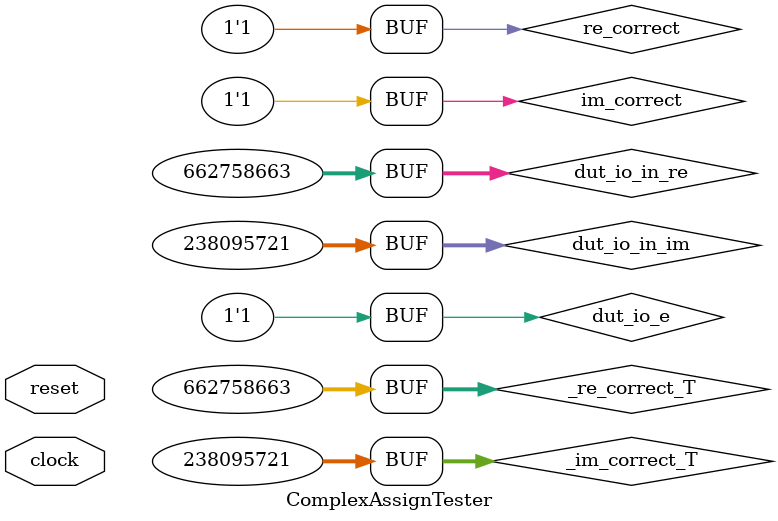
<source format=v>
module ComplexAssign(
  input         io_e,
  input  [31:0] io_in_re,
  input  [31:0] io_in_im
);
endmodule
module ComplexAssignTester(
  input   clock,
  input   reset
);
`ifdef RANDOMIZE_REG_INIT
  reg [31:0] _RAND_0;
`endif // RANDOMIZE_REG_INIT
  wire  dut_io_e; // @[ComplexAssign.scala 31:19]
  wire [31:0] dut_io_in_re; // @[ComplexAssign.scala 31:19]
  wire [31:0] dut_io_in_im; // @[ComplexAssign.scala 31:19]
  reg  cnt; // @[Counter.scala 62:40]
  wire  _wrap_value_T_1 = cnt + 1'h1; // @[Counter.scala 78:24]
  wire [31:0] _re_correct_T = dut_io_e ? dut_io_in_re : 32'h0; // @[ComplexAssign.scala 35:41]
  wire  re_correct = 32'h2780e507 == _re_correct_T; // @[ComplexAssign.scala 35:34]
  wire [31:0] _im_correct_T = dut_io_e ? dut_io_in_im : 32'h0; // @[ComplexAssign.scala 36:41]
  wire  im_correct = 32'he310d69 == _im_correct_T; // @[ComplexAssign.scala 36:34]
  wire  _T_2 = ~reset; // @[ComplexAssign.scala 37:9]
  ComplexAssign dut ( // @[ComplexAssign.scala 31:19]
    .io_e(dut_io_e),
    .io_in_re(dut_io_in_re),
    .io_in_im(dut_io_in_im)
  );
  assign dut_io_e = 1'h1; // @[ComplexAssign.scala 34:{12,12}]
  assign dut_io_in_re = 32'h2780e507; // @[ComplexAssign.scala 32:16]
  assign dut_io_in_im = 32'he310d69; // @[ComplexAssign.scala 33:16]
  always @(posedge clock) begin
    if (reset) begin // @[Counter.scala 62:40]
      cnt <= 1'h0; // @[Counter.scala 62:40]
    end else begin
      cnt <= _wrap_value_T_1;
    end
    `ifndef SYNTHESIS
    `ifdef STOP_COND
      if (`STOP_COND) begin
    `endif
        if (~reset & ~(re_correct & im_correct)) begin
          $fatal; // @[ComplexAssign.scala 37:9]
        end
    `ifdef STOP_COND
      end
    `endif
    `endif // SYNTHESIS
    `ifndef SYNTHESIS
    `ifdef PRINTF_COND
      if (`PRINTF_COND) begin
    `endif
        if (~reset & ~(re_correct & im_correct)) begin
          $fwrite(32'h80000002,"Assertion failed\n    at ComplexAssign.scala:37 assert(re_correct && im_correct)\n"); // @[ComplexAssign.scala 37:9]
        end
    `ifdef PRINTF_COND
      end
    `endif
    `endif // SYNTHESIS
    `ifndef SYNTHESIS
    `ifdef STOP_COND
      if (`STOP_COND) begin
    `endif
        if (cnt & _T_2) begin
          $finish; // @[ComplexAssign.scala 39:9]
        end
    `ifdef STOP_COND
      end
    `endif
    `endif // SYNTHESIS
  end
// Register and memory initialization
`ifdef RANDOMIZE_GARBAGE_ASSIGN
`define RANDOMIZE
`endif
`ifdef RANDOMIZE_INVALID_ASSIGN
`define RANDOMIZE
`endif
`ifdef RANDOMIZE_REG_INIT
`define RANDOMIZE
`endif
`ifdef RANDOMIZE_MEM_INIT
`define RANDOMIZE
`endif
`ifndef RANDOM
`define RANDOM $random
`endif
`ifdef RANDOMIZE_MEM_INIT
  integer initvar;
`endif
`ifndef SYNTHESIS
`ifdef FIRRTL_BEFORE_INITIAL
`FIRRTL_BEFORE_INITIAL
`endif
initial begin
  `ifdef RANDOMIZE
    `ifdef INIT_RANDOM
      `INIT_RANDOM
    `endif
    `ifndef VERILATOR
      `ifdef RANDOMIZE_DELAY
        #`RANDOMIZE_DELAY begin end
      `else
        #0.002 begin end
      `endif
    `endif
`ifdef RANDOMIZE_REG_INIT
  _RAND_0 = {1{`RANDOM}};
  cnt = _RAND_0[0:0];
`endif // RANDOMIZE_REG_INIT
  `endif // RANDOMIZE
end // initial
`ifdef FIRRTL_AFTER_INITIAL
`FIRRTL_AFTER_INITIAL
`endif
`endif // SYNTHESIS
endmodule

</source>
